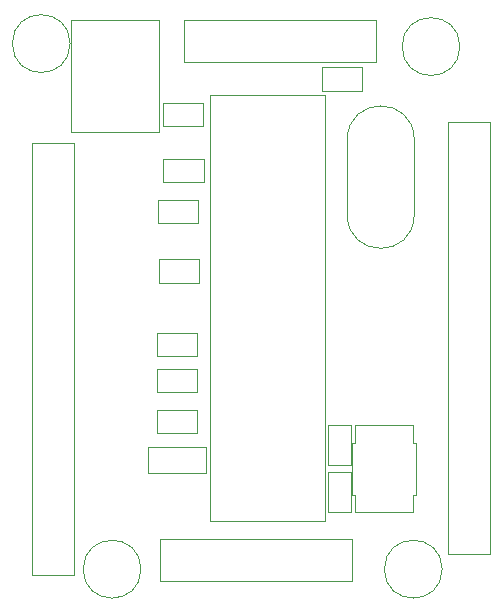
<source format=gbr>
%TF.GenerationSoftware,KiCad,Pcbnew,9.0.2*%
%TF.CreationDate,2025-07-07T19:43:34+05:30*%
%TF.ProjectId,Atmega328p_based,41746d65-6761-4333-9238-705f62617365,rev?*%
%TF.SameCoordinates,Original*%
%TF.FileFunction,Other,User*%
%FSLAX46Y46*%
G04 Gerber Fmt 4.6, Leading zero omitted, Abs format (unit mm)*
G04 Created by KiCad (PCBNEW 9.0.2) date 2025-07-07 19:43:34*
%MOMM*%
%LPD*%
G01*
G04 APERTURE LIST*
%ADD10C,0.050000*%
G04 APERTURE END LIST*
D10*
%TO.C,J3*%
X164980000Y-71400000D02*
X164980000Y-107980000D01*
X164980000Y-107980000D02*
X168520000Y-107980000D01*
X168520000Y-71400000D02*
X164980000Y-71400000D01*
X168520000Y-107980000D02*
X168520000Y-71400000D01*
%TO.C,C2*%
X140300000Y-89270000D02*
X143700000Y-89270000D01*
X140300000Y-91230000D02*
X140300000Y-89270000D01*
X143700000Y-89270000D02*
X143700000Y-91230000D01*
X143700000Y-91230000D02*
X140300000Y-91230000D01*
%TO.C,R1*%
X140820000Y-69800000D02*
X144180000Y-69800000D01*
X140820000Y-71700000D02*
X140820000Y-69800000D01*
X144180000Y-69800000D02*
X144180000Y-71700000D01*
X144180000Y-71700000D02*
X140820000Y-71700000D01*
%TO.C,U1*%
X144820000Y-69070000D02*
X154550000Y-69070000D01*
X154550000Y-105150000D01*
X144820000Y-105150000D01*
X144820000Y-69070000D01*
%TO.C,U2*%
X156800000Y-98550000D02*
X157040000Y-98550000D01*
X156800000Y-102950000D02*
X156800000Y-98550000D01*
X157040000Y-97050000D02*
X161960000Y-97050000D01*
X157040000Y-98550000D02*
X157040000Y-97050000D01*
X157040000Y-102950000D02*
X156800000Y-102950000D01*
X157040000Y-104450000D02*
X157040000Y-102950000D01*
X161960000Y-97050000D02*
X161960000Y-98550000D01*
X161960000Y-98550000D02*
X162200000Y-98550000D01*
X161960000Y-102950000D02*
X161960000Y-104450000D01*
X161960000Y-104450000D02*
X157040000Y-104450000D01*
X162200000Y-98550000D02*
X162200000Y-102950000D01*
X162200000Y-102950000D02*
X161960000Y-102950000D01*
%TO.C,C7*%
X154770000Y-101050000D02*
X156730000Y-101050000D01*
X154770000Y-104450000D02*
X154770000Y-101050000D01*
X156730000Y-101050000D02*
X156730000Y-104450000D01*
X156730000Y-104450000D02*
X154770000Y-104450000D01*
%TO.C,C4*%
X140350000Y-78020000D02*
X143750000Y-78020000D01*
X140350000Y-79980000D02*
X140350000Y-78020000D01*
X143750000Y-78020000D02*
X143750000Y-79980000D01*
X143750000Y-79980000D02*
X140350000Y-79980000D01*
%TO.C,H4*%
X164450000Y-109250000D02*
G75*
G02*
X159550000Y-109250000I-2450000J0D01*
G01*
X159550000Y-109250000D02*
G75*
G02*
X164450000Y-109250000I2450000J0D01*
G01*
%TO.C,Y1*%
X156420000Y-79260000D02*
X156420000Y-72860000D01*
X162080000Y-79260000D02*
X162080000Y-72860000D01*
X156420000Y-72860000D02*
G75*
G02*
X162080000Y-72860000I2830000J0D01*
G01*
X162080000Y-79260000D02*
G75*
G02*
X156420000Y-79260000I-2830000J0D01*
G01*
%TO.C,H1*%
X165950000Y-65000000D02*
G75*
G02*
X161050000Y-65000000I-2450000J0D01*
G01*
X161050000Y-65000000D02*
G75*
G02*
X165950000Y-65000000I2450000J0D01*
G01*
%TO.C,R2*%
X140332500Y-95800000D02*
X143692500Y-95800000D01*
X140332500Y-97700000D02*
X140332500Y-95800000D01*
X143692500Y-95800000D02*
X143692500Y-97700000D01*
X143692500Y-97700000D02*
X140332500Y-97700000D01*
%TO.C,J1*%
X140570000Y-106730000D02*
X140570000Y-110270000D01*
X140570000Y-110270000D02*
X156810000Y-110270000D01*
X156810000Y-106730000D02*
X140570000Y-106730000D01*
X156810000Y-110270000D02*
X156810000Y-106730000D01*
%TO.C,H3*%
X138950000Y-109250000D02*
G75*
G02*
X134050000Y-109250000I-2450000J0D01*
G01*
X134050000Y-109250000D02*
G75*
G02*
X138950000Y-109250000I2450000J0D01*
G01*
%TO.C,H2*%
X132950000Y-64750000D02*
G75*
G02*
X128050000Y-64750000I-2450000J0D01*
G01*
X128050000Y-64750000D02*
G75*
G02*
X132950000Y-64750000I2450000J0D01*
G01*
%TO.C,J2*%
X129730000Y-73140000D02*
X129730000Y-109720000D01*
X129730000Y-109720000D02*
X133270000Y-109720000D01*
X133270000Y-73140000D02*
X129730000Y-73140000D01*
X133270000Y-109720000D02*
X133270000Y-73140000D01*
%TO.C,C8*%
X154770000Y-97050000D02*
X156730000Y-97050000D01*
X154770000Y-100450000D02*
X154770000Y-97050000D01*
X156730000Y-97050000D02*
X156730000Y-100450000D01*
X156730000Y-100450000D02*
X154770000Y-100450000D01*
%TO.C,C1*%
X140300000Y-92270000D02*
X143700000Y-92270000D01*
X140300000Y-94230000D02*
X140300000Y-92270000D01*
X143700000Y-92270000D02*
X143700000Y-94230000D01*
X143700000Y-94230000D02*
X140300000Y-94230000D01*
%TO.C,SW1*%
X133000000Y-62750000D02*
X133250000Y-62750000D01*
X133000000Y-63000000D02*
X133000000Y-62750000D01*
X133000000Y-72000000D02*
X133000000Y-63000000D01*
X133000000Y-72250000D02*
X133000000Y-72000000D01*
X133250000Y-62750000D02*
X140250000Y-62750000D01*
X133250000Y-72250000D02*
X133000000Y-72250000D01*
X140250000Y-72250000D02*
X133250000Y-72250000D01*
X140250000Y-72250000D02*
X140500000Y-72250000D01*
X140500000Y-62750000D02*
X140250000Y-62750000D01*
X140500000Y-63000000D02*
X140500000Y-62750000D01*
X140500000Y-63000000D02*
X140500000Y-72000000D01*
X140500000Y-72250000D02*
X140500000Y-72000000D01*
%TO.C,C6*%
X140500000Y-83020000D02*
X143900000Y-83020000D01*
X140500000Y-84980000D02*
X140500000Y-83020000D01*
X143900000Y-83020000D02*
X143900000Y-84980000D01*
X143900000Y-84980000D02*
X140500000Y-84980000D01*
%TO.C,J5*%
X142570000Y-62730000D02*
X142570000Y-66270000D01*
X142570000Y-66270000D02*
X158810000Y-66270000D01*
X158810000Y-62730000D02*
X142570000Y-62730000D01*
X158810000Y-66270000D02*
X158810000Y-62730000D01*
%TO.C,C3*%
X140850000Y-74520000D02*
X144250000Y-74520000D01*
X140850000Y-76480000D02*
X140850000Y-74520000D01*
X144250000Y-74520000D02*
X144250000Y-76480000D01*
X144250000Y-76480000D02*
X140850000Y-76480000D01*
%TO.C,C5*%
X154300000Y-66770000D02*
X157700000Y-66770000D01*
X154300000Y-68730000D02*
X154300000Y-66770000D01*
X157700000Y-66770000D02*
X157700000Y-68730000D01*
X157700000Y-68730000D02*
X154300000Y-68730000D01*
%TO.C,D1*%
X139562500Y-98870000D02*
X144462500Y-98870000D01*
X139562500Y-101130000D02*
X139562500Y-98870000D01*
X144462500Y-98870000D02*
X144462500Y-101130000D01*
X144462500Y-101130000D02*
X139562500Y-101130000D01*
%TD*%
M02*

</source>
